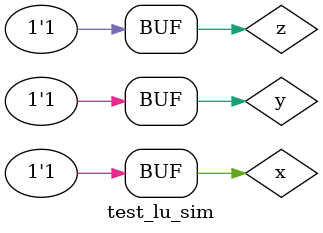
<source format=v>
module lu_sim (output s,
input a,
input b,
input z);
wire [3:0] c;

and (c[0], a, b);
or (c[1], a, b);
and (c[2], c[0], z);
and (c[3], c[1], ~z);
or (s, c[2], c[3]);
endmodule // lu_sim
module test_lu_sim;
// ------------------------- definir dados
reg x, y, z;
wire s;
lu_sim lu1(s, x, y, z);
initial begin:start
x = 0; y = 0; z = 0;
end
// ------------------------- parte principal
initial begin:main
$display("Exemplo0032 - Herbert Alves - 461971");
$display("Test LU's module");
$display("x, y chave em z = s");
$display("\n chave em 0 executa or(x,y), chave em 1 executa and(x,y)\n");
$monitor("%b, %b, chave em %b = %b",x,y,z,s);
#1 x=0; y=0; z=1;
#1 x=0; y=1; z=0;
#1 x=0; y=1; z=1;
#1 x=1; y=0; z=0;
#1 x=1; y=0; z=1;
#1 x=1; y=1; z=0;
#1 x=1; y=1; z=1;
end
endmodule // testa_lu_sim
</source>
